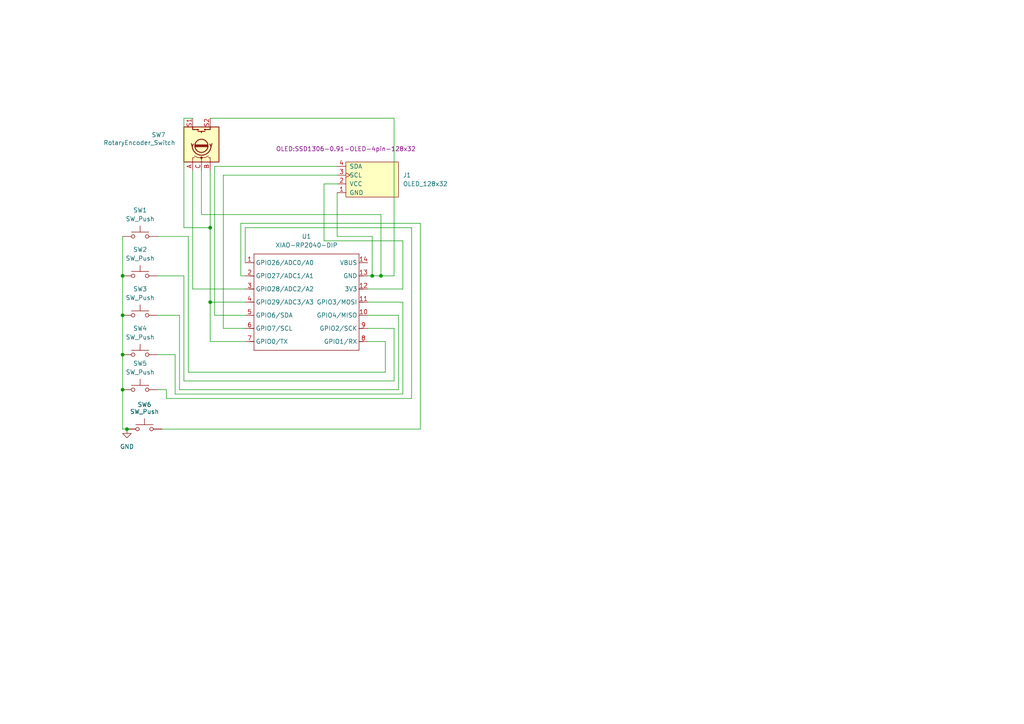
<source format=kicad_sch>
(kicad_sch
	(version 20250114)
	(generator "eeschema")
	(generator_version "9.0")
	(uuid "dadccc9d-9fc5-45c2-9784-a43147e56bac")
	(paper "A4")
	(lib_symbols
		(symbol "DB1:OLED_128x32"
			(pin_names
				(offset 1.016)
			)
			(exclude_from_sim no)
			(in_bom yes)
			(on_board yes)
			(property "Reference" "J"
				(at 0 -6.35 0)
				(effects
					(font
						(size 1.27 1.27)
					)
				)
			)
			(property "Value" "OLED_128x32"
				(at 0 6.35 0)
				(effects
					(font
						(size 1.27 1.27)
					)
				)
			)
			(property "Footprint" "ScottoKeebs_Components:OLED_128x32"
				(at 0 8.89 0)
				(effects
					(font
						(size 1.27 1.27)
					)
					(hide yes)
				)
			)
			(property "Datasheet" ""
				(at 0 1.27 0)
				(effects
					(font
						(size 1.27 1.27)
					)
					(hide yes)
				)
			)
			(property "Description" ""
				(at 0 0 0)
				(effects
					(font
						(size 1.27 1.27)
					)
					(hide yes)
				)
			)
			(symbol "OLED_128x32_0_1"
				(rectangle
					(start 0 5.08)
					(end 15.24 -5.08)
					(stroke
						(width 0)
						(type default)
					)
					(fill
						(type background)
					)
				)
			)
			(symbol "OLED_128x32_1_1"
				(pin bidirectional line
					(at -2.54 3.81 0)
					(length 2.54)
					(name "SDA"
						(effects
							(font
								(size 1.27 1.27)
							)
						)
					)
					(number "4"
						(effects
							(font
								(size 1.27 1.27)
							)
						)
					)
				)
				(pin input clock
					(at -2.54 1.27 0)
					(length 2.54)
					(name "SCL"
						(effects
							(font
								(size 1.27 1.27)
							)
						)
					)
					(number "3"
						(effects
							(font
								(size 1.27 1.27)
							)
						)
					)
				)
				(pin power_in line
					(at -2.54 -1.27 0)
					(length 2.54)
					(name "VCC"
						(effects
							(font
								(size 1.27 1.27)
							)
						)
					)
					(number "2"
						(effects
							(font
								(size 1.27 1.27)
							)
						)
					)
				)
				(pin power_in line
					(at -2.54 -3.81 0)
					(length 2.54)
					(name "GND"
						(effects
							(font
								(size 1.27 1.27)
							)
						)
					)
					(number "1"
						(effects
							(font
								(size 1.27 1.27)
							)
						)
					)
				)
			)
			(embedded_fonts no)
		)
		(symbol "Device:RotaryEncoder_Switch"
			(pin_names
				(offset 0.254)
				(hide yes)
			)
			(exclude_from_sim no)
			(in_bom yes)
			(on_board yes)
			(property "Reference" "SW"
				(at 0 6.604 0)
				(effects
					(font
						(size 1.27 1.27)
					)
				)
			)
			(property "Value" "RotaryEncoder_Switch"
				(at 0 -6.604 0)
				(effects
					(font
						(size 1.27 1.27)
					)
				)
			)
			(property "Footprint" ""
				(at -3.81 4.064 0)
				(effects
					(font
						(size 1.27 1.27)
					)
					(hide yes)
				)
			)
			(property "Datasheet" "~"
				(at 0 6.604 0)
				(effects
					(font
						(size 1.27 1.27)
					)
					(hide yes)
				)
			)
			(property "Description" "Rotary encoder, dual channel, incremental quadrate outputs, with switch"
				(at 0 0 0)
				(effects
					(font
						(size 1.27 1.27)
					)
					(hide yes)
				)
			)
			(property "ki_keywords" "rotary switch encoder switch push button"
				(at 0 0 0)
				(effects
					(font
						(size 1.27 1.27)
					)
					(hide yes)
				)
			)
			(property "ki_fp_filters" "RotaryEncoder*Switch*"
				(at 0 0 0)
				(effects
					(font
						(size 1.27 1.27)
					)
					(hide yes)
				)
			)
			(symbol "RotaryEncoder_Switch_0_1"
				(rectangle
					(start -5.08 5.08)
					(end 5.08 -5.08)
					(stroke
						(width 0.254)
						(type default)
					)
					(fill
						(type background)
					)
				)
				(polyline
					(pts
						(xy -5.08 2.54) (xy -3.81 2.54) (xy -3.81 2.032)
					)
					(stroke
						(width 0)
						(type default)
					)
					(fill
						(type none)
					)
				)
				(polyline
					(pts
						(xy -5.08 0) (xy -3.81 0) (xy -3.81 -1.016) (xy -3.302 -2.032)
					)
					(stroke
						(width 0)
						(type default)
					)
					(fill
						(type none)
					)
				)
				(polyline
					(pts
						(xy -5.08 -2.54) (xy -3.81 -2.54) (xy -3.81 -2.032)
					)
					(stroke
						(width 0)
						(type default)
					)
					(fill
						(type none)
					)
				)
				(polyline
					(pts
						(xy -4.318 0) (xy -3.81 0) (xy -3.81 1.016) (xy -3.302 2.032)
					)
					(stroke
						(width 0)
						(type default)
					)
					(fill
						(type none)
					)
				)
				(circle
					(center -3.81 0)
					(radius 0.254)
					(stroke
						(width 0)
						(type default)
					)
					(fill
						(type outline)
					)
				)
				(polyline
					(pts
						(xy -0.635 -1.778) (xy -0.635 1.778)
					)
					(stroke
						(width 0.254)
						(type default)
					)
					(fill
						(type none)
					)
				)
				(circle
					(center -0.381 0)
					(radius 1.905)
					(stroke
						(width 0.254)
						(type default)
					)
					(fill
						(type none)
					)
				)
				(polyline
					(pts
						(xy -0.381 -1.778) (xy -0.381 1.778)
					)
					(stroke
						(width 0.254)
						(type default)
					)
					(fill
						(type none)
					)
				)
				(arc
					(start -0.381 -2.794)
					(mid -3.0988 -0.0635)
					(end -0.381 2.667)
					(stroke
						(width 0.254)
						(type default)
					)
					(fill
						(type none)
					)
				)
				(polyline
					(pts
						(xy -0.127 1.778) (xy -0.127 -1.778)
					)
					(stroke
						(width 0.254)
						(type default)
					)
					(fill
						(type none)
					)
				)
				(polyline
					(pts
						(xy 0.254 2.921) (xy -0.508 2.667) (xy 0.127 2.286)
					)
					(stroke
						(width 0.254)
						(type default)
					)
					(fill
						(type none)
					)
				)
				(polyline
					(pts
						(xy 0.254 -3.048) (xy -0.508 -2.794) (xy 0.127 -2.413)
					)
					(stroke
						(width 0.254)
						(type default)
					)
					(fill
						(type none)
					)
				)
				(polyline
					(pts
						(xy 3.81 1.016) (xy 3.81 -1.016)
					)
					(stroke
						(width 0.254)
						(type default)
					)
					(fill
						(type none)
					)
				)
				(polyline
					(pts
						(xy 3.81 0) (xy 3.429 0)
					)
					(stroke
						(width 0.254)
						(type default)
					)
					(fill
						(type none)
					)
				)
				(circle
					(center 4.318 1.016)
					(radius 0.127)
					(stroke
						(width 0.254)
						(type default)
					)
					(fill
						(type none)
					)
				)
				(circle
					(center 4.318 -1.016)
					(radius 0.127)
					(stroke
						(width 0.254)
						(type default)
					)
					(fill
						(type none)
					)
				)
				(polyline
					(pts
						(xy 5.08 2.54) (xy 4.318 2.54) (xy 4.318 1.016)
					)
					(stroke
						(width 0.254)
						(type default)
					)
					(fill
						(type none)
					)
				)
				(polyline
					(pts
						(xy 5.08 -2.54) (xy 4.318 -2.54) (xy 4.318 -1.016)
					)
					(stroke
						(width 0.254)
						(type default)
					)
					(fill
						(type none)
					)
				)
			)
			(symbol "RotaryEncoder_Switch_1_1"
				(pin passive line
					(at -7.62 2.54 0)
					(length 2.54)
					(name "A"
						(effects
							(font
								(size 1.27 1.27)
							)
						)
					)
					(number "A"
						(effects
							(font
								(size 1.27 1.27)
							)
						)
					)
				)
				(pin passive line
					(at -7.62 0 0)
					(length 2.54)
					(name "C"
						(effects
							(font
								(size 1.27 1.27)
							)
						)
					)
					(number "C"
						(effects
							(font
								(size 1.27 1.27)
							)
						)
					)
				)
				(pin passive line
					(at -7.62 -2.54 0)
					(length 2.54)
					(name "B"
						(effects
							(font
								(size 1.27 1.27)
							)
						)
					)
					(number "B"
						(effects
							(font
								(size 1.27 1.27)
							)
						)
					)
				)
				(pin passive line
					(at 7.62 2.54 180)
					(length 2.54)
					(name "S1"
						(effects
							(font
								(size 1.27 1.27)
							)
						)
					)
					(number "S1"
						(effects
							(font
								(size 1.27 1.27)
							)
						)
					)
				)
				(pin passive line
					(at 7.62 -2.54 180)
					(length 2.54)
					(name "S2"
						(effects
							(font
								(size 1.27 1.27)
							)
						)
					)
					(number "S2"
						(effects
							(font
								(size 1.27 1.27)
							)
						)
					)
				)
			)
			(embedded_fonts no)
		)
		(symbol "OPL:XIAO-RP2040-DIP"
			(exclude_from_sim no)
			(in_bom yes)
			(on_board yes)
			(property "Reference" "U"
				(at 0 0 0)
				(effects
					(font
						(size 1.27 1.27)
					)
				)
			)
			(property "Value" "XIAO-RP2040-DIP"
				(at 5.334 -1.778 0)
				(effects
					(font
						(size 1.27 1.27)
					)
				)
			)
			(property "Footprint" "Module:MOUDLE14P-XIAO-DIP-SMD"
				(at 14.478 -32.258 0)
				(effects
					(font
						(size 1.27 1.27)
					)
					(hide yes)
				)
			)
			(property "Datasheet" ""
				(at 0 0 0)
				(effects
					(font
						(size 1.27 1.27)
					)
					(hide yes)
				)
			)
			(property "Description" ""
				(at 0 0 0)
				(effects
					(font
						(size 1.27 1.27)
					)
					(hide yes)
				)
			)
			(symbol "XIAO-RP2040-DIP_1_0"
				(polyline
					(pts
						(xy -1.27 -2.54) (xy 29.21 -2.54)
					)
					(stroke
						(width 0.1524)
						(type solid)
					)
					(fill
						(type none)
					)
				)
				(polyline
					(pts
						(xy -1.27 -5.08) (xy -2.54 -5.08)
					)
					(stroke
						(width 0.1524)
						(type solid)
					)
					(fill
						(type none)
					)
				)
				(polyline
					(pts
						(xy -1.27 -5.08) (xy -1.27 -2.54)
					)
					(stroke
						(width 0.1524)
						(type solid)
					)
					(fill
						(type none)
					)
				)
				(polyline
					(pts
						(xy -1.27 -8.89) (xy -2.54 -8.89)
					)
					(stroke
						(width 0.1524)
						(type solid)
					)
					(fill
						(type none)
					)
				)
				(polyline
					(pts
						(xy -1.27 -8.89) (xy -1.27 -5.08)
					)
					(stroke
						(width 0.1524)
						(type solid)
					)
					(fill
						(type none)
					)
				)
				(polyline
					(pts
						(xy -1.27 -12.7) (xy -2.54 -12.7)
					)
					(stroke
						(width 0.1524)
						(type solid)
					)
					(fill
						(type none)
					)
				)
				(polyline
					(pts
						(xy -1.27 -12.7) (xy -1.27 -8.89)
					)
					(stroke
						(width 0.1524)
						(type solid)
					)
					(fill
						(type none)
					)
				)
				(polyline
					(pts
						(xy -1.27 -16.51) (xy -2.54 -16.51)
					)
					(stroke
						(width 0.1524)
						(type solid)
					)
					(fill
						(type none)
					)
				)
				(polyline
					(pts
						(xy -1.27 -16.51) (xy -1.27 -12.7)
					)
					(stroke
						(width 0.1524)
						(type solid)
					)
					(fill
						(type none)
					)
				)
				(polyline
					(pts
						(xy -1.27 -20.32) (xy -2.54 -20.32)
					)
					(stroke
						(width 0.1524)
						(type solid)
					)
					(fill
						(type none)
					)
				)
				(polyline
					(pts
						(xy -1.27 -24.13) (xy -2.54 -24.13)
					)
					(stroke
						(width 0.1524)
						(type solid)
					)
					(fill
						(type none)
					)
				)
				(polyline
					(pts
						(xy -1.27 -27.94) (xy -2.54 -27.94)
					)
					(stroke
						(width 0.1524)
						(type solid)
					)
					(fill
						(type none)
					)
				)
				(polyline
					(pts
						(xy -1.27 -30.48) (xy -1.27 -16.51)
					)
					(stroke
						(width 0.1524)
						(type solid)
					)
					(fill
						(type none)
					)
				)
				(polyline
					(pts
						(xy 29.21 -2.54) (xy 29.21 -5.08)
					)
					(stroke
						(width 0.1524)
						(type solid)
					)
					(fill
						(type none)
					)
				)
				(polyline
					(pts
						(xy 29.21 -5.08) (xy 29.21 -8.89)
					)
					(stroke
						(width 0.1524)
						(type solid)
					)
					(fill
						(type none)
					)
				)
				(polyline
					(pts
						(xy 29.21 -8.89) (xy 29.21 -12.7)
					)
					(stroke
						(width 0.1524)
						(type solid)
					)
					(fill
						(type none)
					)
				)
				(polyline
					(pts
						(xy 29.21 -12.7) (xy 29.21 -30.48)
					)
					(stroke
						(width 0.1524)
						(type solid)
					)
					(fill
						(type none)
					)
				)
				(polyline
					(pts
						(xy 29.21 -30.48) (xy -1.27 -30.48)
					)
					(stroke
						(width 0.1524)
						(type solid)
					)
					(fill
						(type none)
					)
				)
				(polyline
					(pts
						(xy 30.48 -5.08) (xy 29.21 -5.08)
					)
					(stroke
						(width 0.1524)
						(type solid)
					)
					(fill
						(type none)
					)
				)
				(polyline
					(pts
						(xy 30.48 -8.89) (xy 29.21 -8.89)
					)
					(stroke
						(width 0.1524)
						(type solid)
					)
					(fill
						(type none)
					)
				)
				(polyline
					(pts
						(xy 30.48 -12.7) (xy 29.21 -12.7)
					)
					(stroke
						(width 0.1524)
						(type solid)
					)
					(fill
						(type none)
					)
				)
				(polyline
					(pts
						(xy 30.48 -16.51) (xy 29.21 -16.51)
					)
					(stroke
						(width 0.1524)
						(type solid)
					)
					(fill
						(type none)
					)
				)
				(polyline
					(pts
						(xy 30.48 -20.32) (xy 29.21 -20.32)
					)
					(stroke
						(width 0.1524)
						(type solid)
					)
					(fill
						(type none)
					)
				)
				(polyline
					(pts
						(xy 30.48 -24.13) (xy 29.21 -24.13)
					)
					(stroke
						(width 0.1524)
						(type solid)
					)
					(fill
						(type none)
					)
				)
				(polyline
					(pts
						(xy 30.48 -27.94) (xy 29.21 -27.94)
					)
					(stroke
						(width 0.1524)
						(type solid)
					)
					(fill
						(type none)
					)
				)
				(pin passive line
					(at -3.81 -5.08 0)
					(length 2.54)
					(name "GPIO26/ADC0/A0"
						(effects
							(font
								(size 1.27 1.27)
							)
						)
					)
					(number "1"
						(effects
							(font
								(size 1.27 1.27)
							)
						)
					)
				)
				(pin passive line
					(at -3.81 -8.89 0)
					(length 2.54)
					(name "GPIO27/ADC1/A1"
						(effects
							(font
								(size 1.27 1.27)
							)
						)
					)
					(number "2"
						(effects
							(font
								(size 1.27 1.27)
							)
						)
					)
				)
				(pin passive line
					(at -3.81 -12.7 0)
					(length 2.54)
					(name "GPIO28/ADC2/A2"
						(effects
							(font
								(size 1.27 1.27)
							)
						)
					)
					(number "3"
						(effects
							(font
								(size 1.27 1.27)
							)
						)
					)
				)
				(pin passive line
					(at -3.81 -16.51 0)
					(length 2.54)
					(name "GPIO29/ADC3/A3"
						(effects
							(font
								(size 1.27 1.27)
							)
						)
					)
					(number "4"
						(effects
							(font
								(size 1.27 1.27)
							)
						)
					)
				)
				(pin passive line
					(at -3.81 -20.32 0)
					(length 2.54)
					(name "GPIO6/SDA"
						(effects
							(font
								(size 1.27 1.27)
							)
						)
					)
					(number "5"
						(effects
							(font
								(size 1.27 1.27)
							)
						)
					)
				)
				(pin passive line
					(at -3.81 -24.13 0)
					(length 2.54)
					(name "GPIO7/SCL"
						(effects
							(font
								(size 1.27 1.27)
							)
						)
					)
					(number "6"
						(effects
							(font
								(size 1.27 1.27)
							)
						)
					)
				)
				(pin passive line
					(at -3.81 -27.94 0)
					(length 2.54)
					(name "GPIO0/TX"
						(effects
							(font
								(size 1.27 1.27)
							)
						)
					)
					(number "7"
						(effects
							(font
								(size 1.27 1.27)
							)
						)
					)
				)
				(pin passive line
					(at 31.75 -5.08 180)
					(length 2.54)
					(name "VBUS"
						(effects
							(font
								(size 1.27 1.27)
							)
						)
					)
					(number "14"
						(effects
							(font
								(size 1.27 1.27)
							)
						)
					)
				)
				(pin passive line
					(at 31.75 -8.89 180)
					(length 2.54)
					(name "GND"
						(effects
							(font
								(size 1.27 1.27)
							)
						)
					)
					(number "13"
						(effects
							(font
								(size 1.27 1.27)
							)
						)
					)
				)
				(pin passive line
					(at 31.75 -12.7 180)
					(length 2.54)
					(name "3V3"
						(effects
							(font
								(size 1.27 1.27)
							)
						)
					)
					(number "12"
						(effects
							(font
								(size 1.27 1.27)
							)
						)
					)
				)
				(pin passive line
					(at 31.75 -16.51 180)
					(length 2.54)
					(name "GPIO3/MOSI"
						(effects
							(font
								(size 1.27 1.27)
							)
						)
					)
					(number "11"
						(effects
							(font
								(size 1.27 1.27)
							)
						)
					)
				)
				(pin passive line
					(at 31.75 -20.32 180)
					(length 2.54)
					(name "GPIO4/MISO"
						(effects
							(font
								(size 1.27 1.27)
							)
						)
					)
					(number "10"
						(effects
							(font
								(size 1.27 1.27)
							)
						)
					)
				)
				(pin passive line
					(at 31.75 -24.13 180)
					(length 2.54)
					(name "GPIO2/SCK"
						(effects
							(font
								(size 1.27 1.27)
							)
						)
					)
					(number "9"
						(effects
							(font
								(size 1.27 1.27)
							)
						)
					)
				)
				(pin passive line
					(at 31.75 -27.94 180)
					(length 2.54)
					(name "GPIO1/RX"
						(effects
							(font
								(size 1.27 1.27)
							)
						)
					)
					(number "8"
						(effects
							(font
								(size 1.27 1.27)
							)
						)
					)
				)
			)
			(embedded_fonts no)
		)
		(symbol "Switch:SW_Push"
			(pin_numbers
				(hide yes)
			)
			(pin_names
				(offset 1.016)
				(hide yes)
			)
			(exclude_from_sim no)
			(in_bom yes)
			(on_board yes)
			(property "Reference" "SW"
				(at 1.27 2.54 0)
				(effects
					(font
						(size 1.27 1.27)
					)
					(justify left)
				)
			)
			(property "Value" "SW_Push"
				(at 0 -1.524 0)
				(effects
					(font
						(size 1.27 1.27)
					)
				)
			)
			(property "Footprint" ""
				(at 0 5.08 0)
				(effects
					(font
						(size 1.27 1.27)
					)
					(hide yes)
				)
			)
			(property "Datasheet" "~"
				(at 0 5.08 0)
				(effects
					(font
						(size 1.27 1.27)
					)
					(hide yes)
				)
			)
			(property "Description" "Push button switch, generic, two pins"
				(at 0 0 0)
				(effects
					(font
						(size 1.27 1.27)
					)
					(hide yes)
				)
			)
			(property "ki_keywords" "switch normally-open pushbutton push-button"
				(at 0 0 0)
				(effects
					(font
						(size 1.27 1.27)
					)
					(hide yes)
				)
			)
			(symbol "SW_Push_0_1"
				(circle
					(center -2.032 0)
					(radius 0.508)
					(stroke
						(width 0)
						(type default)
					)
					(fill
						(type none)
					)
				)
				(polyline
					(pts
						(xy 0 1.27) (xy 0 3.048)
					)
					(stroke
						(width 0)
						(type default)
					)
					(fill
						(type none)
					)
				)
				(circle
					(center 2.032 0)
					(radius 0.508)
					(stroke
						(width 0)
						(type default)
					)
					(fill
						(type none)
					)
				)
				(polyline
					(pts
						(xy 2.54 1.27) (xy -2.54 1.27)
					)
					(stroke
						(width 0)
						(type default)
					)
					(fill
						(type none)
					)
				)
				(pin passive line
					(at -5.08 0 0)
					(length 2.54)
					(name "1"
						(effects
							(font
								(size 1.27 1.27)
							)
						)
					)
					(number "1"
						(effects
							(font
								(size 1.27 1.27)
							)
						)
					)
				)
				(pin passive line
					(at 5.08 0 180)
					(length 2.54)
					(name "2"
						(effects
							(font
								(size 1.27 1.27)
							)
						)
					)
					(number "2"
						(effects
							(font
								(size 1.27 1.27)
							)
						)
					)
				)
			)
			(embedded_fonts no)
		)
		(symbol "power:GND"
			(power)
			(pin_numbers
				(hide yes)
			)
			(pin_names
				(offset 0)
				(hide yes)
			)
			(exclude_from_sim no)
			(in_bom yes)
			(on_board yes)
			(property "Reference" "#PWR"
				(at 0 -6.35 0)
				(effects
					(font
						(size 1.27 1.27)
					)
					(hide yes)
				)
			)
			(property "Value" "GND"
				(at 0 -3.81 0)
				(effects
					(font
						(size 1.27 1.27)
					)
				)
			)
			(property "Footprint" ""
				(at 0 0 0)
				(effects
					(font
						(size 1.27 1.27)
					)
					(hide yes)
				)
			)
			(property "Datasheet" ""
				(at 0 0 0)
				(effects
					(font
						(size 1.27 1.27)
					)
					(hide yes)
				)
			)
			(property "Description" "Power symbol creates a global label with name \"GND\" , ground"
				(at 0 0 0)
				(effects
					(font
						(size 1.27 1.27)
					)
					(hide yes)
				)
			)
			(property "ki_keywords" "global power"
				(at 0 0 0)
				(effects
					(font
						(size 1.27 1.27)
					)
					(hide yes)
				)
			)
			(symbol "GND_0_1"
				(polyline
					(pts
						(xy 0 0) (xy 0 -1.27) (xy 1.27 -1.27) (xy 0 -2.54) (xy -1.27 -1.27) (xy 0 -1.27)
					)
					(stroke
						(width 0)
						(type default)
					)
					(fill
						(type none)
					)
				)
			)
			(symbol "GND_1_1"
				(pin power_in line
					(at 0 0 270)
					(length 0)
					(name "~"
						(effects
							(font
								(size 1.27 1.27)
							)
						)
					)
					(number "1"
						(effects
							(font
								(size 1.27 1.27)
							)
						)
					)
				)
			)
			(embedded_fonts no)
		)
	)
	(junction
		(at 35.56 80.01)
		(diameter 0)
		(color 0 0 0 0)
		(uuid "0930854d-f2c7-43ff-99b2-76568d8e78f9")
	)
	(junction
		(at 35.56 113.03)
		(diameter 0)
		(color 0 0 0 0)
		(uuid "45df0d3c-0bae-493b-a0f0-0c917405e6ed")
	)
	(junction
		(at 35.56 91.44)
		(diameter 0)
		(color 0 0 0 0)
		(uuid "7169c8ea-b651-447d-9ecc-b40e9c15d561")
	)
	(junction
		(at 60.96 87.63)
		(diameter 0)
		(color 0 0 0 0)
		(uuid "74155f11-a003-486b-94b9-d5ae0f3f0c39")
	)
	(junction
		(at 35.56 102.87)
		(diameter 0)
		(color 0 0 0 0)
		(uuid "76a29fc4-091e-4e7a-99b0-379c8d543d56")
	)
	(junction
		(at 36.83 124.46)
		(diameter 0)
		(color 0 0 0 0)
		(uuid "8365bcdb-059a-4f0f-9511-a867214c7dac")
	)
	(junction
		(at 60.96 66.04)
		(diameter 0)
		(color 0 0 0 0)
		(uuid "bceb0828-099a-4c90-b50e-791910bb2499")
	)
	(junction
		(at 107.95 80.01)
		(diameter 0)
		(color 0 0 0 0)
		(uuid "ec2b8fe7-4c05-4322-b0c3-8c81ba6db5ea")
	)
	(junction
		(at 110.49 80.01)
		(diameter 0)
		(color 0 0 0 0)
		(uuid "effef075-9d27-47db-b846-1e079cfd3db4")
	)
	(wire
		(pts
			(xy 53.34 110.49) (xy 114.3 110.49)
		)
		(stroke
			(width 0)
			(type default)
		)
		(uuid "0071e9b2-12e3-479a-83b6-8d144976444f")
	)
	(wire
		(pts
			(xy 50.8 114.3) (xy 116.84 114.3)
		)
		(stroke
			(width 0)
			(type default)
		)
		(uuid "030dab81-b99f-4c8a-8454-d97c68c903c4")
	)
	(wire
		(pts
			(xy 121.92 124.46) (xy 121.92 64.77)
		)
		(stroke
			(width 0)
			(type default)
		)
		(uuid "0434f438-d704-46b3-bcd7-18f63f87f38a")
	)
	(wire
		(pts
			(xy 45.72 80.01) (xy 53.34 80.01)
		)
		(stroke
			(width 0)
			(type default)
		)
		(uuid "04c7dc4b-a207-4584-b083-b659b8ab7730")
	)
	(wire
		(pts
			(xy 45.72 91.44) (xy 52.07 91.44)
		)
		(stroke
			(width 0)
			(type default)
		)
		(uuid "074c283d-230f-48fc-a14c-e8a077f8e8a0")
	)
	(wire
		(pts
			(xy 97.79 48.26) (xy 62.23 48.26)
		)
		(stroke
			(width 0)
			(type default)
		)
		(uuid "0cdc18a7-2143-4fc2-a2b5-b573006ac312")
	)
	(wire
		(pts
			(xy 58.42 49.53) (xy 58.42 62.23)
		)
		(stroke
			(width 0)
			(type default)
		)
		(uuid "0d68dad6-3a8f-4850-ba68-df98ca9c0c5e")
	)
	(wire
		(pts
			(xy 35.56 68.58) (xy 35.56 80.01)
		)
		(stroke
			(width 0)
			(type default)
		)
		(uuid "1caf13c4-2a5c-4f56-a756-3c50a82072ac")
	)
	(wire
		(pts
			(xy 62.23 91.44) (xy 71.12 91.44)
		)
		(stroke
			(width 0)
			(type default)
		)
		(uuid "1d26cd2a-8995-4604-ba04-cd224fe0e7d9")
	)
	(wire
		(pts
			(xy 97.79 55.88) (xy 97.79 68.58)
		)
		(stroke
			(width 0)
			(type default)
		)
		(uuid "1f7d52ad-3e5e-4f5a-b17a-e8d7d7ce47c5")
	)
	(wire
		(pts
			(xy 64.77 50.8) (xy 64.77 95.25)
		)
		(stroke
			(width 0)
			(type default)
		)
		(uuid "1fc23ed2-9219-4352-9ccb-cc8a8ccf607a")
	)
	(wire
		(pts
			(xy 97.79 68.58) (xy 107.95 68.58)
		)
		(stroke
			(width 0)
			(type default)
		)
		(uuid "20ca6681-e594-470c-aa44-61d702d4fd7c")
	)
	(wire
		(pts
			(xy 48.26 115.57) (xy 119.38 115.57)
		)
		(stroke
			(width 0)
			(type default)
		)
		(uuid "22eaae3d-f047-491c-b4df-27ce2db5ea40")
	)
	(wire
		(pts
			(xy 110.49 62.23) (xy 110.49 80.01)
		)
		(stroke
			(width 0)
			(type default)
		)
		(uuid "2480824d-4e7e-43a8-9e78-50b4ccef6a7b")
	)
	(wire
		(pts
			(xy 54.61 68.58) (xy 54.61 107.95)
		)
		(stroke
			(width 0)
			(type default)
		)
		(uuid "2a20930a-984f-48ae-b325-6a762c13bbe3")
	)
	(wire
		(pts
			(xy 35.56 113.03) (xy 35.56 124.46)
		)
		(stroke
			(width 0)
			(type default)
		)
		(uuid "2c15a446-15ae-45af-b6d4-b26c7af46b58")
	)
	(wire
		(pts
			(xy 46.99 124.46) (xy 121.92 124.46)
		)
		(stroke
			(width 0)
			(type default)
		)
		(uuid "383d2214-a169-4e0c-a5c3-c1166bc552b9")
	)
	(wire
		(pts
			(xy 121.92 64.77) (xy 69.85 64.77)
		)
		(stroke
			(width 0)
			(type default)
		)
		(uuid "3e222ac9-899b-4985-9833-b82041abf774")
	)
	(wire
		(pts
			(xy 114.3 110.49) (xy 114.3 95.25)
		)
		(stroke
			(width 0)
			(type default)
		)
		(uuid "3f4bb2a0-c372-439c-bd68-7ce3721e2e15")
	)
	(wire
		(pts
			(xy 115.57 91.44) (xy 106.68 91.44)
		)
		(stroke
			(width 0)
			(type default)
		)
		(uuid "4293717c-2dd1-44d4-8eba-5b5739c17561")
	)
	(wire
		(pts
			(xy 97.79 53.34) (xy 93.98 53.34)
		)
		(stroke
			(width 0)
			(type default)
		)
		(uuid "49ec1c00-470b-4ba4-ba23-090f1bf0e781")
	)
	(wire
		(pts
			(xy 60.96 87.63) (xy 71.12 87.63)
		)
		(stroke
			(width 0)
			(type default)
		)
		(uuid "4b325f4c-b881-4c92-96cd-24b3f2e5f323")
	)
	(wire
		(pts
			(xy 115.57 113.03) (xy 115.57 91.44)
		)
		(stroke
			(width 0)
			(type default)
		)
		(uuid "4e212608-8739-48d1-baaa-dd62609d9ff7")
	)
	(wire
		(pts
			(xy 53.34 80.01) (xy 53.34 110.49)
		)
		(stroke
			(width 0)
			(type default)
		)
		(uuid "4ff93d1f-9e95-4c77-bb67-2c7711062475")
	)
	(wire
		(pts
			(xy 60.96 34.29) (xy 114.3 34.29)
		)
		(stroke
			(width 0)
			(type default)
		)
		(uuid "51f78559-633b-4db9-ba4a-d2a916877f33")
	)
	(wire
		(pts
			(xy 107.95 68.58) (xy 107.95 80.01)
		)
		(stroke
			(width 0)
			(type default)
		)
		(uuid "572e64fa-ad26-4261-8701-756eff12ba03")
	)
	(wire
		(pts
			(xy 55.88 49.53) (xy 55.88 83.82)
		)
		(stroke
			(width 0)
			(type default)
		)
		(uuid "5a7d8502-088b-413d-be9e-82c3317d79a0")
	)
	(wire
		(pts
			(xy 52.07 113.03) (xy 115.57 113.03)
		)
		(stroke
			(width 0)
			(type default)
		)
		(uuid "5e7aaa8e-a8fc-4a08-84b9-c769862d6c32")
	)
	(wire
		(pts
			(xy 119.38 66.04) (xy 71.12 66.04)
		)
		(stroke
			(width 0)
			(type default)
		)
		(uuid "5ef6d71e-db56-4241-86d9-5e4eb4480a24")
	)
	(wire
		(pts
			(xy 53.34 66.04) (xy 60.96 66.04)
		)
		(stroke
			(width 0)
			(type default)
		)
		(uuid "6f5c6081-5f93-457c-a07c-904fbe1b71f1")
	)
	(wire
		(pts
			(xy 58.42 62.23) (xy 110.49 62.23)
		)
		(stroke
			(width 0)
			(type default)
		)
		(uuid "724cddee-8166-4907-bd22-a230f94254d1")
	)
	(wire
		(pts
			(xy 55.88 34.29) (xy 53.34 34.29)
		)
		(stroke
			(width 0)
			(type default)
		)
		(uuid "7c643b75-d53f-4d5d-a40f-6e65866665a6")
	)
	(wire
		(pts
			(xy 35.56 102.87) (xy 35.56 113.03)
		)
		(stroke
			(width 0)
			(type default)
		)
		(uuid "829a71a2-8893-4e59-838c-b385d39e270f")
	)
	(wire
		(pts
			(xy 52.07 91.44) (xy 52.07 113.03)
		)
		(stroke
			(width 0)
			(type default)
		)
		(uuid "855964b7-b6e1-4c4d-bf48-a326c629a46d")
	)
	(wire
		(pts
			(xy 54.61 107.95) (xy 111.76 107.95)
		)
		(stroke
			(width 0)
			(type default)
		)
		(uuid "88d5df20-d3c2-49ec-8954-5a5300926bb9")
	)
	(wire
		(pts
			(xy 62.23 48.26) (xy 62.23 91.44)
		)
		(stroke
			(width 0)
			(type default)
		)
		(uuid "8b71a0ac-acb6-488c-b2a0-49d9430adc19")
	)
	(wire
		(pts
			(xy 60.96 49.53) (xy 60.96 66.04)
		)
		(stroke
			(width 0)
			(type default)
		)
		(uuid "8c261963-58cd-4018-b7b7-89c48c20cfef")
	)
	(wire
		(pts
			(xy 114.3 34.29) (xy 114.3 80.01)
		)
		(stroke
			(width 0)
			(type default)
		)
		(uuid "8e016173-4a52-4768-afdb-6fafba156a80")
	)
	(wire
		(pts
			(xy 116.84 83.82) (xy 106.68 83.82)
		)
		(stroke
			(width 0)
			(type default)
		)
		(uuid "91fb98ef-f4e1-4bab-942c-9715e2d1121f")
	)
	(wire
		(pts
			(xy 45.72 102.87) (xy 50.8 102.87)
		)
		(stroke
			(width 0)
			(type default)
		)
		(uuid "935290ec-0993-4451-bdef-c79b8d48be91")
	)
	(wire
		(pts
			(xy 64.77 95.25) (xy 71.12 95.25)
		)
		(stroke
			(width 0)
			(type default)
		)
		(uuid "9758f896-4230-4d2a-8565-9c8521ec4e2d")
	)
	(wire
		(pts
			(xy 97.79 50.8) (xy 64.77 50.8)
		)
		(stroke
			(width 0)
			(type default)
		)
		(uuid "981adeb2-ab7e-4a87-a0e2-810bac50d109")
	)
	(wire
		(pts
			(xy 48.26 113.03) (xy 48.26 115.57)
		)
		(stroke
			(width 0)
			(type default)
		)
		(uuid "9cc0f329-cd21-4515-97b0-48c3bbc1db47")
	)
	(wire
		(pts
			(xy 45.72 113.03) (xy 48.26 113.03)
		)
		(stroke
			(width 0)
			(type default)
		)
		(uuid "9d43013f-5a86-4db0-9f9a-88446f0292c4")
	)
	(wire
		(pts
			(xy 50.8 102.87) (xy 50.8 114.3)
		)
		(stroke
			(width 0)
			(type default)
		)
		(uuid "a318b0f5-292f-4e96-919a-49e2eb1bf916")
	)
	(wire
		(pts
			(xy 35.56 80.01) (xy 35.56 91.44)
		)
		(stroke
			(width 0)
			(type default)
		)
		(uuid "a94d7d91-d111-45c4-9875-df59c7a39e70")
	)
	(wire
		(pts
			(xy 60.96 87.63) (xy 60.96 99.06)
		)
		(stroke
			(width 0)
			(type default)
		)
		(uuid "ad556d95-878a-411a-8aaf-db78bf3998ac")
	)
	(wire
		(pts
			(xy 111.76 107.95) (xy 111.76 99.06)
		)
		(stroke
			(width 0)
			(type default)
		)
		(uuid "b0cbdb1e-1f94-4f71-bc94-ecbbb8f54d8a")
	)
	(wire
		(pts
			(xy 114.3 95.25) (xy 106.68 95.25)
		)
		(stroke
			(width 0)
			(type default)
		)
		(uuid "b29a6b22-3519-4d7d-8597-7113f8b9dc1b")
	)
	(wire
		(pts
			(xy 110.49 80.01) (xy 114.3 80.01)
		)
		(stroke
			(width 0)
			(type default)
		)
		(uuid "b6ca5776-d86c-434e-adc5-a7ea6bff8ba9")
	)
	(wire
		(pts
			(xy 35.56 124.46) (xy 36.83 124.46)
		)
		(stroke
			(width 0)
			(type default)
		)
		(uuid "c39abbd2-18a0-4466-acc9-7d43e07c548c")
	)
	(wire
		(pts
			(xy 45.72 68.58) (xy 54.61 68.58)
		)
		(stroke
			(width 0)
			(type default)
		)
		(uuid "c69405f8-493e-4cb3-a3d4-d901cdd46be8")
	)
	(wire
		(pts
			(xy 93.98 53.34) (xy 93.98 69.85)
		)
		(stroke
			(width 0)
			(type default)
		)
		(uuid "d00c9b77-c030-4591-bd6b-56e3822703dc")
	)
	(wire
		(pts
			(xy 116.84 87.63) (xy 106.68 87.63)
		)
		(stroke
			(width 0)
			(type default)
		)
		(uuid "d2a72314-6b37-4f01-87e3-edd5b8542100")
	)
	(wire
		(pts
			(xy 69.85 64.77) (xy 69.85 80.01)
		)
		(stroke
			(width 0)
			(type default)
		)
		(uuid "d7d97812-85e0-476f-a9e3-968658e15b98")
	)
	(wire
		(pts
			(xy 107.95 80.01) (xy 106.68 80.01)
		)
		(stroke
			(width 0)
			(type default)
		)
		(uuid "da4ad816-6a3e-4225-8c6c-bcae94941d05")
	)
	(wire
		(pts
			(xy 69.85 80.01) (xy 71.12 80.01)
		)
		(stroke
			(width 0)
			(type default)
		)
		(uuid "db47263e-bd65-4f1f-a1d5-8eb4493e247d")
	)
	(wire
		(pts
			(xy 107.95 80.01) (xy 110.49 80.01)
		)
		(stroke
			(width 0)
			(type default)
		)
		(uuid "de1001ee-74ae-4495-825c-414462dfc15a")
	)
	(wire
		(pts
			(xy 60.96 99.06) (xy 71.12 99.06)
		)
		(stroke
			(width 0)
			(type default)
		)
		(uuid "e618333e-beea-44b9-a55c-5b8c37e734d6")
	)
	(wire
		(pts
			(xy 116.84 114.3) (xy 116.84 87.63)
		)
		(stroke
			(width 0)
			(type default)
		)
		(uuid "e7b35f7e-6b85-4142-b4c3-034bf34ace6e")
	)
	(wire
		(pts
			(xy 55.88 83.82) (xy 71.12 83.82)
		)
		(stroke
			(width 0)
			(type default)
		)
		(uuid "eb5fe101-2878-4eea-8e7a-e38f517f02e0")
	)
	(wire
		(pts
			(xy 116.84 69.85) (xy 116.84 83.82)
		)
		(stroke
			(width 0)
			(type default)
		)
		(uuid "f07cf663-3d85-48b1-b459-b1b429e6c066")
	)
	(wire
		(pts
			(xy 119.38 115.57) (xy 119.38 66.04)
		)
		(stroke
			(width 0)
			(type default)
		)
		(uuid "f1b4abe2-608a-46e7-8142-a7bc4b53463d")
	)
	(wire
		(pts
			(xy 60.96 66.04) (xy 60.96 87.63)
		)
		(stroke
			(width 0)
			(type default)
		)
		(uuid "f2b69b1d-cf14-4c07-96ee-2b1d63dbac75")
	)
	(wire
		(pts
			(xy 93.98 69.85) (xy 116.84 69.85)
		)
		(stroke
			(width 0)
			(type default)
		)
		(uuid "f9fa9aac-2e5f-4deb-ac20-2cfa85aa402c")
	)
	(wire
		(pts
			(xy 71.12 66.04) (xy 71.12 76.2)
		)
		(stroke
			(width 0)
			(type default)
		)
		(uuid "fbf248fb-ca45-4eab-9931-193260b4d316")
	)
	(wire
		(pts
			(xy 35.56 91.44) (xy 35.56 102.87)
		)
		(stroke
			(width 0)
			(type default)
		)
		(uuid "fd4e64b5-acc9-407f-88dd-168473f41e59")
	)
	(wire
		(pts
			(xy 53.34 34.29) (xy 53.34 66.04)
		)
		(stroke
			(width 0)
			(type default)
		)
		(uuid "fdd87d77-ef01-48f2-8a0d-e8747a6e5a8d")
	)
	(wire
		(pts
			(xy 111.76 99.06) (xy 106.68 99.06)
		)
		(stroke
			(width 0)
			(type default)
		)
		(uuid "fe503f4a-dad6-418f-aa5a-50eadc91de16")
	)
	(symbol
		(lib_id "Switch:SW_Push")
		(at 41.91 124.46 0)
		(unit 1)
		(exclude_from_sim no)
		(in_bom yes)
		(on_board yes)
		(dnp no)
		(uuid "01dacb98-eaa8-484c-8445-ecbdee67c23f")
		(property "Reference" "SW6"
			(at 41.91 117.348 0)
			(effects
				(font
					(size 1.27 1.27)
				)
			)
		)
		(property "Value" "SW_Push"
			(at 41.91 119.38 0)
			(effects
				(font
					(size 1.27 1.27)
				)
			)
		)
		(property "Footprint" "Button_Switch_Keyboard:SW_Cherry_MX_1.00u_PCB"
			(at 41.91 119.38 0)
			(effects
				(font
					(size 1.27 1.27)
				)
				(hide yes)
			)
		)
		(property "Datasheet" "~"
			(at 41.91 119.38 0)
			(effects
				(font
					(size 1.27 1.27)
				)
				(hide yes)
			)
		)
		(property "Description" "Push button switch, generic, two pins"
			(at 41.91 124.46 0)
			(effects
				(font
					(size 1.27 1.27)
				)
				(hide yes)
			)
		)
		(pin "1"
			(uuid "dad1a0ef-ba0e-4666-8f3f-056204e4d574")
		)
		(pin "2"
			(uuid "dd1a07fe-a105-48ad-9be8-1ac5991c2dcd")
		)
		(instances
			(project ""
				(path "/dadccc9d-9fc5-45c2-9784-a43147e56bac"
					(reference "SW6")
					(unit 1)
				)
			)
		)
	)
	(symbol
		(lib_id "Switch:SW_Push")
		(at 40.64 91.44 0)
		(unit 1)
		(exclude_from_sim no)
		(in_bom yes)
		(on_board yes)
		(dnp no)
		(fields_autoplaced yes)
		(uuid "407f9146-f51a-4f33-ac5d-5a5af8938416")
		(property "Reference" "SW3"
			(at 40.64 83.82 0)
			(effects
				(font
					(size 1.27 1.27)
				)
			)
		)
		(property "Value" "SW_Push"
			(at 40.64 86.36 0)
			(effects
				(font
					(size 1.27 1.27)
				)
			)
		)
		(property "Footprint" "Button_Switch_Keyboard:SW_Cherry_MX_1.00u_PCB"
			(at 40.64 86.36 0)
			(effects
				(font
					(size 1.27 1.27)
				)
				(hide yes)
			)
		)
		(property "Datasheet" "~"
			(at 40.64 86.36 0)
			(effects
				(font
					(size 1.27 1.27)
				)
				(hide yes)
			)
		)
		(property "Description" "Push button switch, generic, two pins"
			(at 40.64 91.44 0)
			(effects
				(font
					(size 1.27 1.27)
				)
				(hide yes)
			)
		)
		(pin "1"
			(uuid "815e1347-b012-40e0-ad1b-4a53ae621f7e")
		)
		(pin "2"
			(uuid "78a82566-25a4-4b04-8b96-42302dc83840")
		)
		(instances
			(project ""
				(path "/dadccc9d-9fc5-45c2-9784-a43147e56bac"
					(reference "SW3")
					(unit 1)
				)
			)
		)
	)
	(symbol
		(lib_id "Switch:SW_Push")
		(at 40.64 102.87 0)
		(unit 1)
		(exclude_from_sim no)
		(in_bom yes)
		(on_board yes)
		(dnp no)
		(fields_autoplaced yes)
		(uuid "63050c2b-1abd-4764-b56f-9633dcfe67c5")
		(property "Reference" "SW4"
			(at 40.64 95.25 0)
			(effects
				(font
					(size 1.27 1.27)
				)
			)
		)
		(property "Value" "SW_Push"
			(at 40.64 97.79 0)
			(effects
				(font
					(size 1.27 1.27)
				)
			)
		)
		(property "Footprint" "Button_Switch_Keyboard:SW_Cherry_MX_1.00u_PCB"
			(at 40.64 97.79 0)
			(effects
				(font
					(size 1.27 1.27)
				)
				(hide yes)
			)
		)
		(property "Datasheet" "~"
			(at 40.64 97.79 0)
			(effects
				(font
					(size 1.27 1.27)
				)
				(hide yes)
			)
		)
		(property "Description" "Push button switch, generic, two pins"
			(at 40.64 102.87 0)
			(effects
				(font
					(size 1.27 1.27)
				)
				(hide yes)
			)
		)
		(pin "1"
			(uuid "ee05f3e1-a5cc-4415-a514-6db98b8c285e")
		)
		(pin "2"
			(uuid "cc952c55-d7b6-4fdf-b83b-894d93d9bc6a")
		)
		(instances
			(project ""
				(path "/dadccc9d-9fc5-45c2-9784-a43147e56bac"
					(reference "SW4")
					(unit 1)
				)
			)
		)
	)
	(symbol
		(lib_id "Switch:SW_Push")
		(at 40.64 80.01 0)
		(unit 1)
		(exclude_from_sim no)
		(in_bom yes)
		(on_board yes)
		(dnp no)
		(fields_autoplaced yes)
		(uuid "70707f23-9935-4fe8-bcf4-341171cfc247")
		(property "Reference" "SW2"
			(at 40.64 72.39 0)
			(effects
				(font
					(size 1.27 1.27)
				)
			)
		)
		(property "Value" "SW_Push"
			(at 40.64 74.93 0)
			(effects
				(font
					(size 1.27 1.27)
				)
			)
		)
		(property "Footprint" "Button_Switch_Keyboard:SW_Cherry_MX_1.00u_PCB"
			(at 40.64 74.93 0)
			(effects
				(font
					(size 1.27 1.27)
				)
				(hide yes)
			)
		)
		(property "Datasheet" "~"
			(at 40.64 74.93 0)
			(effects
				(font
					(size 1.27 1.27)
				)
				(hide yes)
			)
		)
		(property "Description" "Push button switch, generic, two pins"
			(at 40.64 80.01 0)
			(effects
				(font
					(size 1.27 1.27)
				)
				(hide yes)
			)
		)
		(pin "2"
			(uuid "cf6e522b-58ed-407d-9305-3ea228be049e")
		)
		(pin "1"
			(uuid "b2992f8a-fd34-47d8-8d2e-17bad0be5f3f")
		)
		(instances
			(project ""
				(path "/dadccc9d-9fc5-45c2-9784-a43147e56bac"
					(reference "SW2")
					(unit 1)
				)
			)
		)
	)
	(symbol
		(lib_id "Switch:SW_Push")
		(at 40.64 113.03 0)
		(unit 1)
		(exclude_from_sim no)
		(in_bom yes)
		(on_board yes)
		(dnp no)
		(fields_autoplaced yes)
		(uuid "7e9bc29a-0842-4ebe-b878-b71dfe8a64ae")
		(property "Reference" "SW5"
			(at 40.64 105.41 0)
			(effects
				(font
					(size 1.27 1.27)
				)
			)
		)
		(property "Value" "SW_Push"
			(at 40.64 107.95 0)
			(effects
				(font
					(size 1.27 1.27)
				)
			)
		)
		(property "Footprint" "Button_Switch_Keyboard:SW_Cherry_MX_1.00u_PCB"
			(at 40.64 107.95 0)
			(effects
				(font
					(size 1.27 1.27)
				)
				(hide yes)
			)
		)
		(property "Datasheet" "~"
			(at 40.64 107.95 0)
			(effects
				(font
					(size 1.27 1.27)
				)
				(hide yes)
			)
		)
		(property "Description" "Push button switch, generic, two pins"
			(at 40.64 113.03 0)
			(effects
				(font
					(size 1.27 1.27)
				)
				(hide yes)
			)
		)
		(pin "2"
			(uuid "8577d24a-c6a0-441b-b322-04485e16e54b")
		)
		(pin "1"
			(uuid "74035074-96c4-4087-8d1a-c6cc0cf29343")
		)
		(instances
			(project ""
				(path "/dadccc9d-9fc5-45c2-9784-a43147e56bac"
					(reference "SW5")
					(unit 1)
				)
			)
		)
	)
	(symbol
		(lib_id "Device:RotaryEncoder_Switch")
		(at 58.42 41.91 90)
		(unit 1)
		(exclude_from_sim no)
		(in_bom yes)
		(on_board yes)
		(dnp no)
		(uuid "86047c92-c98c-4b2e-9be3-b2bbdcee8d76")
		(property "Reference" "SW7"
			(at 43.942 39.116 90)
			(effects
				(font
					(size 1.27 1.27)
				)
				(justify right)
			)
		)
		(property "Value" "RotaryEncoder_Switch"
			(at 29.972 41.402 90)
			(effects
				(font
					(size 1.27 1.27)
				)
				(justify right)
			)
		)
		(property "Footprint" "Rotary_Encoder:RotaryEncoder_Alps_EC11E-Switch_Vertical_H20mm"
			(at 54.356 45.72 0)
			(effects
				(font
					(size 1.27 1.27)
				)
				(hide yes)
			)
		)
		(property "Datasheet" "~"
			(at 51.816 41.91 0)
			(effects
				(font
					(size 1.27 1.27)
				)
				(hide yes)
			)
		)
		(property "Description" "Rotary encoder, dual channel, incremental quadrate outputs, with switch"
			(at 58.42 41.91 0)
			(effects
				(font
					(size 1.27 1.27)
				)
				(hide yes)
			)
		)
		(pin "S1"
			(uuid "9527478f-a81f-4935-910e-59bd349dff9e")
		)
		(pin "C"
			(uuid "41c7f0b9-6f69-4d13-8426-5d7225c3e2be")
		)
		(pin "A"
			(uuid "78fbf00c-2838-4511-971a-46b2f550d73b")
		)
		(pin "S2"
			(uuid "5fc9c4fb-22c2-424f-a5a2-f34f0b507fa7")
		)
		(pin "B"
			(uuid "e037ef7e-ea63-4db2-9a42-c75355b801fd")
		)
		(instances
			(project ""
				(path "/dadccc9d-9fc5-45c2-9784-a43147e56bac"
					(reference "SW7")
					(unit 1)
				)
			)
		)
	)
	(symbol
		(lib_id "power:GND")
		(at 36.83 124.46 0)
		(unit 1)
		(exclude_from_sim no)
		(in_bom yes)
		(on_board yes)
		(dnp no)
		(fields_autoplaced yes)
		(uuid "8a1c588e-65b3-46b6-9cb8-91b28cf47573")
		(property "Reference" "#PWR01"
			(at 36.83 130.81 0)
			(effects
				(font
					(size 1.27 1.27)
				)
				(hide yes)
			)
		)
		(property "Value" "GND"
			(at 36.83 129.54 0)
			(effects
				(font
					(size 1.27 1.27)
				)
			)
		)
		(property "Footprint" ""
			(at 36.83 124.46 0)
			(effects
				(font
					(size 1.27 1.27)
				)
				(hide yes)
			)
		)
		(property "Datasheet" ""
			(at 36.83 124.46 0)
			(effects
				(font
					(size 1.27 1.27)
				)
				(hide yes)
			)
		)
		(property "Description" "Power symbol creates a global label with name \"GND\" , ground"
			(at 36.83 124.46 0)
			(effects
				(font
					(size 1.27 1.27)
				)
				(hide yes)
			)
		)
		(pin "1"
			(uuid "2c276322-b451-417c-a7cf-3f1469a34e64")
		)
		(instances
			(project ""
				(path "/dadccc9d-9fc5-45c2-9784-a43147e56bac"
					(reference "#PWR01")
					(unit 1)
				)
			)
		)
	)
	(symbol
		(lib_id "OPL:XIAO-RP2040-DIP")
		(at 74.93 71.12 0)
		(unit 1)
		(exclude_from_sim no)
		(in_bom yes)
		(on_board yes)
		(dnp no)
		(fields_autoplaced yes)
		(uuid "c9c2d5c3-1304-4f59-a1c1-b82e26921ddc")
		(property "Reference" "U1"
			(at 88.9 68.58 0)
			(effects
				(font
					(size 1.27 1.27)
				)
			)
		)
		(property "Value" "XIAO-RP2040-DIP"
			(at 88.9 71.12 0)
			(effects
				(font
					(size 1.27 1.27)
				)
			)
		)
		(property "Footprint" "OPL:XIAO-RP2040-DIP"
			(at 89.408 103.378 0)
			(effects
				(font
					(size 1.27 1.27)
				)
				(hide yes)
			)
		)
		(property "Datasheet" ""
			(at 74.93 71.12 0)
			(effects
				(font
					(size 1.27 1.27)
				)
				(hide yes)
			)
		)
		(property "Description" ""
			(at 74.93 71.12 0)
			(effects
				(font
					(size 1.27 1.27)
				)
				(hide yes)
			)
		)
		(pin "8"
			(uuid "6e03992a-f352-4e8f-9d56-26fd94833f26")
		)
		(pin "10"
			(uuid "4e51bd9f-1ad5-48c4-9969-8d3002139c7d")
		)
		(pin "5"
			(uuid "bb76d47e-4ada-4963-8afd-9a6b71a12293")
		)
		(pin "7"
			(uuid "a1423474-d748-4402-9790-fde31a58b5da")
		)
		(pin "1"
			(uuid "ca02150b-0f38-4a81-8bff-8260e7c061a5")
		)
		(pin "3"
			(uuid "be873e8a-9441-4b7f-934c-1671f1162497")
		)
		(pin "14"
			(uuid "3e95a581-649e-4ba1-960d-3f629a28b984")
		)
		(pin "11"
			(uuid "745fe76a-5202-4d75-8e51-52f392e9ea2e")
		)
		(pin "2"
			(uuid "a4f66e7d-b92a-4fd5-a48c-15eeb1e684e6")
		)
		(pin "9"
			(uuid "45c96590-cf02-45ea-87f4-42c5e443181f")
		)
		(pin "6"
			(uuid "0429d830-738a-4868-8a09-818f670f6e0e")
		)
		(pin "12"
			(uuid "c32945a4-b21f-4106-b36c-1ee3005db5df")
		)
		(pin "4"
			(uuid "2cb2e7ab-3679-4339-96b6-c935252491fa")
		)
		(pin "13"
			(uuid "122c711e-a178-4e79-9fa2-83bdcbbf40b8")
		)
		(instances
			(project ""
				(path "/dadccc9d-9fc5-45c2-9784-a43147e56bac"
					(reference "U1")
					(unit 1)
				)
			)
		)
	)
	(symbol
		(lib_id "Switch:SW_Push")
		(at 40.64 68.58 0)
		(unit 1)
		(exclude_from_sim no)
		(in_bom yes)
		(on_board yes)
		(dnp no)
		(fields_autoplaced yes)
		(uuid "f1848c40-ccf3-443c-9393-b8f75ab94fd3")
		(property "Reference" "SW1"
			(at 40.64 60.96 0)
			(effects
				(font
					(size 1.27 1.27)
				)
			)
		)
		(property "Value" "SW_Push"
			(at 40.64 63.5 0)
			(effects
				(font
					(size 1.27 1.27)
				)
			)
		)
		(property "Footprint" "Button_Switch_Keyboard:SW_Cherry_MX_1.00u_PCB"
			(at 40.64 63.5 0)
			(effects
				(font
					(size 1.27 1.27)
				)
				(hide yes)
			)
		)
		(property "Datasheet" "~"
			(at 40.64 63.5 0)
			(effects
				(font
					(size 1.27 1.27)
				)
				(hide yes)
			)
		)
		(property "Description" "Push button switch, generic, two pins"
			(at 40.64 68.58 0)
			(effects
				(font
					(size 1.27 1.27)
				)
				(hide yes)
			)
		)
		(pin "1"
			(uuid "d34fc502-9daf-4cb7-9023-3675c27c0bdb")
		)
		(pin "2"
			(uuid "8b29bb2c-1cdf-4f21-8b99-90d7e24761d0")
		)
		(instances
			(project ""
				(path "/dadccc9d-9fc5-45c2-9784-a43147e56bac"
					(reference "SW1")
					(unit 1)
				)
			)
		)
	)
	(symbol
		(lib_id "DB1:OLED_128x32")
		(at 100.33 52.07 0)
		(unit 1)
		(exclude_from_sim no)
		(in_bom yes)
		(on_board yes)
		(dnp no)
		(fields_autoplaced yes)
		(uuid "ff5149e2-afa2-4dda-9387-fb41f569a1ba")
		(property "Reference" "J1"
			(at 116.84 50.7999 0)
			(effects
				(font
					(size 1.27 1.27)
				)
				(justify left)
			)
		)
		(property "Value" "OLED_128x32"
			(at 116.84 53.3399 0)
			(effects
				(font
					(size 1.27 1.27)
				)
				(justify left)
			)
		)
		(property "Footprint" "OLED:SSD1306-0.91-OLED-4pin-128x32"
			(at 100.33 43.18 0)
			(effects
				(font
					(size 1.27 1.27)
				)
			)
		)
		(property "Datasheet" ""
			(at 100.33 50.8 0)
			(effects
				(font
					(size 1.27 1.27)
				)
				(hide yes)
			)
		)
		(property "Description" ""
			(at 100.33 52.07 0)
			(effects
				(font
					(size 1.27 1.27)
				)
				(hide yes)
			)
		)
		(pin "1"
			(uuid "456b59c7-cbe0-4b2f-94e6-b8ce8f2d64df")
		)
		(pin "2"
			(uuid "4483113a-50f2-4e4c-a37a-f0fee5a061e6")
		)
		(pin "4"
			(uuid "8b58f7a1-0554-41ad-b964-6611fc1a3bc7")
		)
		(pin "3"
			(uuid "1bec9dbb-a6b1-455b-8f8f-ab030d9f7b1e")
		)
		(instances
			(project ""
				(path "/dadccc9d-9fc5-45c2-9784-a43147e56bac"
					(reference "J1")
					(unit 1)
				)
			)
		)
	)
	(sheet_instances
		(path "/"
			(page "1")
		)
	)
	(embedded_fonts no)
)

</source>
